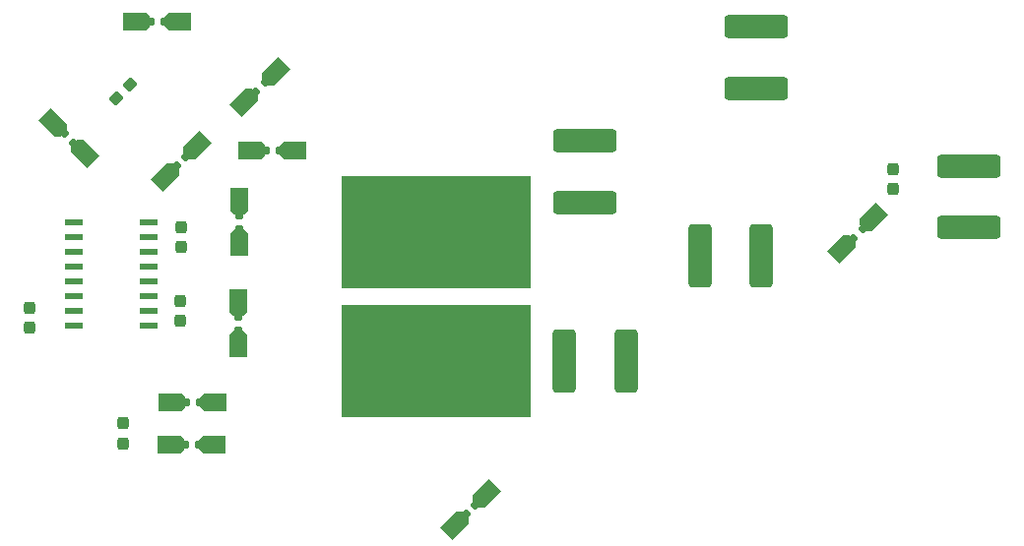
<source format=gbr>
%TF.GenerationSoftware,KiCad,Pcbnew,6.0.4*%
%TF.CreationDate,2022-07-27T16:30:24-04:00*%
%TF.ProjectId,verter,76657274-6572-42e6-9b69-6361645f7063,rev?*%
%TF.SameCoordinates,Original*%
%TF.FileFunction,Paste,Top*%
%TF.FilePolarity,Positive*%
%FSLAX46Y46*%
G04 Gerber Fmt 4.6, Leading zero omitted, Abs format (unit mm)*
G04 Created by KiCad (PCBNEW 6.0.4) date 2022-07-27 16:30:24*
%MOMM*%
%LPD*%
G01*
G04 APERTURE LIST*
G04 Aperture macros list*
%AMRoundRect*
0 Rectangle with rounded corners*
0 $1 Rounding radius*
0 $2 $3 $4 $5 $6 $7 $8 $9 X,Y pos of 4 corners*
0 Add a 4 corners polygon primitive as box body*
4,1,4,$2,$3,$4,$5,$6,$7,$8,$9,$2,$3,0*
0 Add four circle primitives for the rounded corners*
1,1,$1+$1,$2,$3*
1,1,$1+$1,$4,$5*
1,1,$1+$1,$6,$7*
1,1,$1+$1,$8,$9*
0 Add four rect primitives between the rounded corners*
20,1,$1+$1,$2,$3,$4,$5,0*
20,1,$1+$1,$4,$5,$6,$7,0*
20,1,$1+$1,$6,$7,$8,$9,0*
20,1,$1+$1,$8,$9,$2,$3,0*%
%AMOutline5P*
0 Free polygon, 5 corners , with rotation*
0 The origin of the aperture is its center*
0 number of corners: always 5*
0 $1 to $10 corner X, Y*
0 $11 Rotation angle, in degrees counterclockwise*
0 create outline with 5 corners*
4,1,5,$1,$2,$3,$4,$5,$6,$7,$8,$9,$10,$1,$2,$11*%
%AMOutline6P*
0 Free polygon, 6 corners , with rotation*
0 The origin of the aperture is its center*
0 number of corners: always 6*
0 $1 to $12 corner X, Y*
0 $13 Rotation angle, in degrees counterclockwise*
0 create outline with 6 corners*
4,1,6,$1,$2,$3,$4,$5,$6,$7,$8,$9,$10,$11,$12,$1,$2,$13*%
%AMOutline7P*
0 Free polygon, 7 corners , with rotation*
0 The origin of the aperture is its center*
0 number of corners: always 7*
0 $1 to $14 corner X, Y*
0 $15 Rotation angle, in degrees counterclockwise*
0 create outline with 7 corners*
4,1,7,$1,$2,$3,$4,$5,$6,$7,$8,$9,$10,$11,$12,$13,$14,$1,$2,$15*%
%AMOutline8P*
0 Free polygon, 8 corners , with rotation*
0 The origin of the aperture is its center*
0 number of corners: always 8*
0 $1 to $16 corner X, Y*
0 $17 Rotation angle, in degrees counterclockwise*
0 create outline with 8 corners*
4,1,8,$1,$2,$3,$4,$5,$6,$7,$8,$9,$10,$11,$12,$13,$14,$15,$16,$1,$2,$17*%
G04 Aperture macros list end*
%ADD10Outline6P,-1.143000X0.762000X0.838200X0.762000X1.143000X0.457200X1.143000X-0.457200X0.838200X-0.762000X-1.143000X-0.762000X0.000000*%
%ADD11RoundRect,0.135000X-0.135000X-0.185000X0.135000X-0.185000X0.135000X0.185000X-0.135000X0.185000X0*%
%ADD12Outline6P,-1.143000X0.457200X-0.838200X0.762000X1.143000X0.762000X1.143000X-0.762000X-0.838200X-0.762000X-1.143000X-0.457200X0.000000*%
%ADD13RoundRect,0.135000X-0.035355X0.226274X-0.226274X0.035355X0.035355X-0.226274X0.226274X-0.035355X0*%
%ADD14Outline6P,-1.143000X0.762000X0.838200X0.762000X1.143000X0.457200X1.143000X-0.457200X0.838200X-0.762000X-1.143000X-0.762000X225.000000*%
%ADD15Outline6P,-1.143000X0.457200X-0.838200X0.762000X1.143000X0.762000X1.143000X-0.762000X-0.838200X-0.762000X-1.143000X-0.457200X225.000000*%
%ADD16Outline6P,-1.143000X0.762000X0.838200X0.762000X1.143000X0.457200X1.143000X-0.457200X0.838200X-0.762000X-1.143000X-0.762000X90.000000*%
%ADD17RoundRect,0.135000X0.185000X-0.135000X0.185000X0.135000X-0.185000X0.135000X-0.185000X-0.135000X0*%
%ADD18Outline6P,-1.143000X0.457200X-0.838200X0.762000X1.143000X0.762000X1.143000X-0.762000X-0.838200X-0.762000X-1.143000X-0.457200X90.000000*%
%ADD19RoundRect,0.237500X-0.237500X0.300000X-0.237500X-0.300000X0.237500X-0.300000X0.237500X0.300000X0*%
%ADD20RoundRect,0.249999X-0.737501X-2.450001X0.737501X-2.450001X0.737501X2.450001X-0.737501X2.450001X0*%
%ADD21R,16.262000X9.762000*%
%ADD22RoundRect,0.137500X-0.662500X-0.137500X0.662500X-0.137500X0.662500X0.137500X-0.662500X0.137500X0*%
%ADD23RoundRect,0.249999X-2.450001X0.737501X-2.450001X-0.737501X2.450001X-0.737501X2.450001X0.737501X0*%
%ADD24RoundRect,0.135000X0.135000X0.185000X-0.135000X0.185000X-0.135000X-0.185000X0.135000X-0.185000X0*%
%ADD25Outline6P,-1.143000X0.762000X0.838200X0.762000X1.143000X0.457200X1.143000X-0.457200X0.838200X-0.762000X-1.143000X-0.762000X180.000000*%
%ADD26Outline6P,-1.143000X0.457200X-0.838200X0.762000X1.143000X0.762000X1.143000X-0.762000X-0.838200X-0.762000X-1.143000X-0.457200X180.000000*%
%ADD27RoundRect,0.135000X-0.226274X-0.035355X-0.035355X-0.226274X0.226274X0.035355X0.035355X0.226274X0*%
%ADD28Outline6P,-1.143000X0.762000X0.838200X0.762000X1.143000X0.457200X1.143000X-0.457200X0.838200X-0.762000X-1.143000X-0.762000X315.000000*%
%ADD29Outline6P,-1.143000X0.457200X-0.838200X0.762000X1.143000X0.762000X1.143000X-0.762000X-0.838200X-0.762000X-1.143000X-0.457200X315.000000*%
%ADD30RoundRect,0.237500X-0.044194X-0.380070X0.380070X0.044194X0.044194X0.380070X-0.380070X-0.044194X0*%
%ADD31RoundRect,0.135000X0.035355X-0.226274X0.226274X-0.035355X-0.035355X0.226274X-0.226274X0.035355X0*%
%ADD32Outline6P,-1.143000X0.762000X0.838200X0.762000X1.143000X0.457200X1.143000X-0.457200X0.838200X-0.762000X-1.143000X-0.762000X45.000000*%
%ADD33Outline6P,-1.143000X0.457200X-0.838200X0.762000X1.143000X0.762000X1.143000X-0.762000X-0.838200X-0.762000X-1.143000X-0.457200X45.000000*%
%ADD34RoundRect,0.249999X0.737501X2.450001X-0.737501X2.450001X-0.737501X-2.450001X0.737501X-2.450001X0*%
%ADD35RoundRect,0.237500X0.237500X-0.300000X0.237500X0.300000X-0.237500X0.300000X-0.237500X-0.300000X0*%
%ADD36RoundRect,0.249999X2.450001X-0.737501X2.450001X0.737501X-2.450001X0.737501X-2.450001X-0.737501X0*%
G04 APERTURE END LIST*
D10*
%TO.C,C11*%
X114272000Y-135750000D03*
D11*
X115540000Y-135750000D03*
D12*
X117828000Y-135750000D03*
D11*
X116560000Y-135750000D03*
%TD*%
D13*
%TO.C,R12*%
X140250000Y-144600000D03*
D14*
X141146612Y-143703388D03*
D13*
X139528752Y-145321248D03*
D15*
X138632140Y-146217860D03*
%TD*%
D16*
%TO.C,R1*%
X120030000Y-122055500D03*
D17*
X120030000Y-120787500D03*
D18*
X120030000Y-118499500D03*
D17*
X120030000Y-119767500D03*
%TD*%
D14*
%TO.C,D1*%
X116257236Y-113742764D03*
D13*
X115360624Y-114639376D03*
X114639376Y-115360624D03*
D15*
X113742764Y-116257236D03*
%TD*%
D19*
%TO.C,C4*%
X115000000Y-120637500D03*
X115000000Y-122362500D03*
%TD*%
D20*
%TO.C,C5*%
X159612500Y-123150000D03*
X164887500Y-123150000D03*
%TD*%
D19*
%TO.C,C3*%
X114950000Y-126987500D03*
X114950000Y-128712500D03*
%TD*%
D21*
%TO.C,U2*%
X136901000Y-132179000D03*
%TD*%
D19*
%TO.C,R3*%
X176250000Y-115637500D03*
X176250000Y-117362500D03*
%TD*%
D22*
%TO.C,U4*%
X105750000Y-120255000D03*
X105750000Y-121525000D03*
X105750000Y-122795000D03*
X105750000Y-124065000D03*
X105750000Y-125335000D03*
X105750000Y-126605000D03*
X105750000Y-127875000D03*
X105750000Y-129145000D03*
X112250000Y-129145000D03*
X112250000Y-127875000D03*
X112250000Y-126605000D03*
X112250000Y-125335000D03*
X112250000Y-124065000D03*
X112250000Y-122795000D03*
X112250000Y-121525000D03*
X112250000Y-120255000D03*
%TD*%
D16*
%TO.C,R2*%
X119880000Y-130778000D03*
D17*
X119880000Y-129510000D03*
X119880000Y-128490000D03*
D18*
X119880000Y-127222000D03*
%TD*%
D10*
%TO.C,C10*%
X121122000Y-114100000D03*
D11*
X122390000Y-114100000D03*
D12*
X124678000Y-114100000D03*
D11*
X123410000Y-114100000D03*
%TD*%
D21*
%TO.C,U1*%
X136901000Y-121079000D03*
%TD*%
D23*
%TO.C,C12*%
X149700000Y-113250000D03*
X149700000Y-118525000D03*
%TD*%
D19*
%TO.C,R11*%
X110000000Y-137537500D03*
X110000000Y-139262500D03*
%TD*%
D24*
%TO.C,D3*%
X113510000Y-103000000D03*
D25*
X114778000Y-103000000D03*
D24*
X112490000Y-103000000D03*
D26*
X111222000Y-103000000D03*
%TD*%
D27*
%TO.C,C2*%
X104989376Y-112639376D03*
D28*
X104092764Y-111742764D03*
D27*
X105710624Y-113360624D03*
D29*
X106607236Y-114257236D03*
%TD*%
D23*
%TO.C,C13*%
X182700000Y-115425000D03*
X182700000Y-120700000D03*
%TD*%
D30*
%TO.C,R10*%
X109390120Y-109609880D03*
X110609880Y-108390120D03*
%TD*%
D31*
%TO.C,R4*%
X121439376Y-108960624D03*
D32*
X120542764Y-109857236D03*
D33*
X123057236Y-107342764D03*
D31*
X122160624Y-108239376D03*
%TD*%
D34*
%TO.C,C9*%
X153237500Y-132150000D03*
X147962500Y-132150000D03*
%TD*%
D35*
%TO.C,C1*%
X102000000Y-129322500D03*
X102000000Y-127597500D03*
%TD*%
D24*
%TO.C,D4*%
X116483000Y-139400000D03*
D25*
X117751000Y-139400000D03*
D26*
X114195000Y-139400000D03*
D24*
X115463000Y-139400000D03*
%TD*%
D36*
%TO.C,C8*%
X164462500Y-108687500D03*
X164462500Y-103412500D03*
%TD*%
D31*
%TO.C,D2*%
X172839376Y-121560624D03*
D32*
X171942764Y-122457236D03*
D31*
X173560624Y-120839376D03*
D33*
X174457236Y-119942764D03*
%TD*%
M02*

</source>
